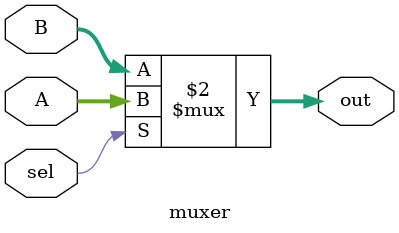
<source format=v>
module muxer
#(parameter N = 4)
(
	input wire [N-1:0] A,
	input wire [N-1:0] B,
	input wire sel,
	output wire [N-1:0] out
);
assign out = (sel==1) ? A : B;
endmodule
</source>
